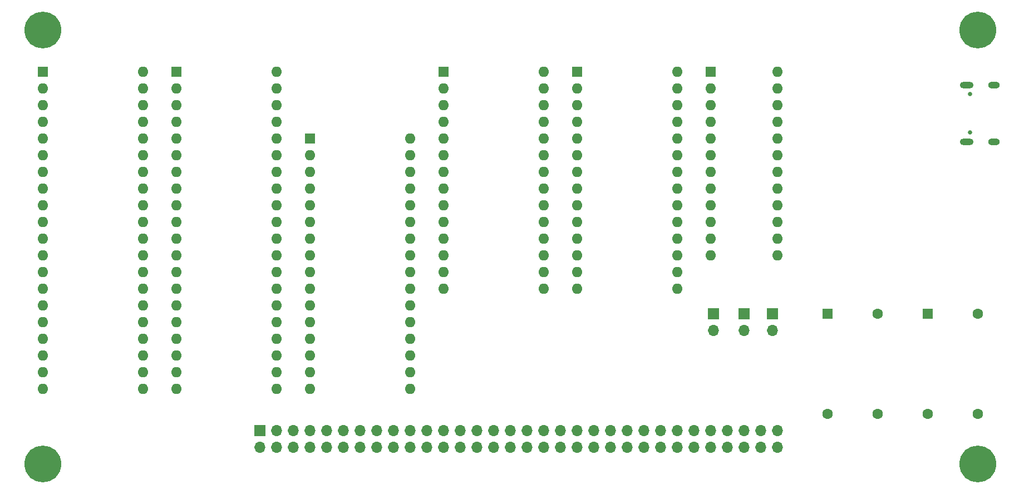
<source format=gbr>
%TF.GenerationSoftware,KiCad,Pcbnew,7.0.10*%
%TF.CreationDate,2024-01-22T16:24:30-06:00*%
%TF.ProjectId,6502 V1.3-rounded,36353032-2056-4312-9e33-2d726f756e64,rev?*%
%TF.SameCoordinates,Original*%
%TF.FileFunction,Soldermask,Bot*%
%TF.FilePolarity,Negative*%
%FSLAX46Y46*%
G04 Gerber Fmt 4.6, Leading zero omitted, Abs format (unit mm)*
G04 Created by KiCad (PCBNEW 7.0.10) date 2024-01-22 16:24:30*
%MOMM*%
%LPD*%
G01*
G04 APERTURE LIST*
%ADD10R,1.600000X1.600000*%
%ADD11O,1.600000X1.600000*%
%ADD12R,1.700000X1.700000*%
%ADD13O,1.700000X1.700000*%
%ADD14C,5.600000*%
%ADD15C,1.600000*%
%ADD16C,0.650000*%
%ADD17O,2.100000X1.000000*%
%ADD18O,1.800000X1.000000*%
G04 APERTURE END LIST*
D10*
%TO.C,U5*%
X126980000Y-31745000D03*
D11*
X126980000Y-34285000D03*
X126980000Y-36825000D03*
X126980000Y-39365000D03*
X126980000Y-41905000D03*
X126980000Y-44445000D03*
X126980000Y-46985000D03*
X126980000Y-49525000D03*
X126980000Y-52065000D03*
X126980000Y-54605000D03*
X126980000Y-57145000D03*
X126980000Y-59685000D03*
X137140000Y-59685000D03*
X137140000Y-57145000D03*
X137140000Y-54605000D03*
X137140000Y-52065000D03*
X137140000Y-49525000D03*
X137140000Y-46985000D03*
X137140000Y-44445000D03*
X137140000Y-41905000D03*
X137140000Y-39365000D03*
X137140000Y-36825000D03*
X137140000Y-34285000D03*
X137140000Y-31745000D03*
%TD*%
D10*
%TO.C,U1*%
X25395000Y-31755000D03*
D11*
X25395000Y-34295000D03*
X25395000Y-36835000D03*
X25395000Y-39375000D03*
X25395000Y-41915000D03*
X25395000Y-44455000D03*
X25395000Y-46995000D03*
X25395000Y-49535000D03*
X25395000Y-52075000D03*
X25395000Y-54615000D03*
X25395000Y-57155000D03*
X25395000Y-59695000D03*
X25395000Y-62235000D03*
X25395000Y-64775000D03*
X25395000Y-67315000D03*
X25395000Y-69855000D03*
X25395000Y-72395000D03*
X25395000Y-74935000D03*
X25395000Y-77475000D03*
X25395000Y-80015000D03*
X40635000Y-80015000D03*
X40635000Y-77475000D03*
X40635000Y-74935000D03*
X40635000Y-72395000D03*
X40635000Y-69855000D03*
X40635000Y-67315000D03*
X40635000Y-64775000D03*
X40635000Y-62235000D03*
X40635000Y-59695000D03*
X40635000Y-57155000D03*
X40635000Y-54615000D03*
X40635000Y-52075000D03*
X40635000Y-49535000D03*
X40635000Y-46995000D03*
X40635000Y-44455000D03*
X40635000Y-41915000D03*
X40635000Y-39375000D03*
X40635000Y-36835000D03*
X40635000Y-34295000D03*
X40635000Y-31755000D03*
%TD*%
D12*
%TO.C,J2*%
X58420000Y-86360000D03*
D13*
X58420000Y-88900000D03*
X60960000Y-86360000D03*
X60960000Y-88900000D03*
X63500000Y-86360000D03*
X63500000Y-88900000D03*
X66040000Y-86360000D03*
X66040000Y-88900000D03*
X68580000Y-86360000D03*
X68580000Y-88900000D03*
X71120000Y-86360000D03*
X71120000Y-88900000D03*
X73660000Y-86360000D03*
X73660000Y-88900000D03*
X76200000Y-86360000D03*
X76200000Y-88900000D03*
X78740000Y-86360000D03*
X78740000Y-88900000D03*
X81280000Y-86360000D03*
X81280000Y-88900000D03*
X83820000Y-86360000D03*
X83820000Y-88900000D03*
X86360000Y-86360000D03*
X86360000Y-88900000D03*
X88900000Y-86360000D03*
X88900000Y-88900000D03*
X91440000Y-86360000D03*
X91440000Y-88900000D03*
X93980000Y-86360000D03*
X93980000Y-88900000D03*
X96520000Y-86360000D03*
X96520000Y-88900000D03*
X99060000Y-86360000D03*
X99060000Y-88900000D03*
X101600000Y-86360000D03*
X101600000Y-88900000D03*
X104140000Y-86360000D03*
X104140000Y-88900000D03*
X106680000Y-86360000D03*
X106680000Y-88900000D03*
X109220000Y-86360000D03*
X109220000Y-88900000D03*
X111760000Y-86360000D03*
X111760000Y-88900000D03*
X114300000Y-86360000D03*
X114300000Y-88900000D03*
X116840000Y-86360000D03*
X116840000Y-88900000D03*
X119380000Y-86360000D03*
X119380000Y-88900000D03*
X121920000Y-86360000D03*
X121920000Y-88900000D03*
X124460000Y-86360000D03*
X124460000Y-88900000D03*
X127000000Y-86360000D03*
X127000000Y-88900000D03*
X129540000Y-86360000D03*
X129540000Y-88900000D03*
X132080000Y-86360000D03*
X132080000Y-88900000D03*
X134620000Y-86360000D03*
X134620000Y-88900000D03*
X137160000Y-86360000D03*
X137160000Y-88900000D03*
%TD*%
D12*
%TO.C,JP1*%
X136430000Y-68580000D03*
D13*
X136430000Y-71120000D03*
%TD*%
D14*
%TO.C,REF\u002A\u002A*%
X167640000Y-25400000D03*
%TD*%
D10*
%TO.C,U3*%
X86360000Y-31760000D03*
D11*
X86360000Y-34300000D03*
X86360000Y-36840000D03*
X86360000Y-39380000D03*
X86360000Y-41920000D03*
X86360000Y-44460000D03*
X86360000Y-47000000D03*
X86360000Y-49540000D03*
X86360000Y-52080000D03*
X86360000Y-54620000D03*
X86360000Y-57160000D03*
X86360000Y-59700000D03*
X86360000Y-62240000D03*
X86360000Y-64780000D03*
X101600000Y-64780000D03*
X101600000Y-62240000D03*
X101600000Y-59700000D03*
X101600000Y-57160000D03*
X101600000Y-54620000D03*
X101600000Y-52080000D03*
X101600000Y-49540000D03*
X101600000Y-47000000D03*
X101600000Y-44460000D03*
X101600000Y-41920000D03*
X101600000Y-39380000D03*
X101600000Y-36840000D03*
X101600000Y-34300000D03*
X101600000Y-31760000D03*
%TD*%
D10*
%TO.C,X2*%
X160020000Y-68580000D03*
D15*
X160020000Y-83820000D03*
X167640000Y-83820000D03*
X167640000Y-68580000D03*
%TD*%
D14*
%TO.C,REF\u002A\u002A*%
X25400000Y-25400000D03*
%TD*%
D10*
%TO.C,X1*%
X144780000Y-68580000D03*
D15*
X144780000Y-83820000D03*
X152400000Y-83820000D03*
X152400000Y-68580000D03*
%TD*%
D14*
%TO.C,REF\u002A\u002A*%
X167640000Y-91440000D03*
%TD*%
D12*
%TO.C,JP3*%
X127430000Y-68580000D03*
D13*
X127430000Y-71120000D03*
%TD*%
D10*
%TO.C,U4*%
X106675000Y-31760000D03*
D11*
X106675000Y-34300000D03*
X106675000Y-36840000D03*
X106675000Y-39380000D03*
X106675000Y-41920000D03*
X106675000Y-44460000D03*
X106675000Y-47000000D03*
X106675000Y-49540000D03*
X106675000Y-52080000D03*
X106675000Y-54620000D03*
X106675000Y-57160000D03*
X106675000Y-59700000D03*
X106675000Y-62240000D03*
X106675000Y-64780000D03*
X121915000Y-64780000D03*
X121915000Y-62240000D03*
X121915000Y-59700000D03*
X121915000Y-57160000D03*
X121915000Y-54620000D03*
X121915000Y-52080000D03*
X121915000Y-49540000D03*
X121915000Y-47000000D03*
X121915000Y-44460000D03*
X121915000Y-41920000D03*
X121915000Y-39380000D03*
X121915000Y-36840000D03*
X121915000Y-34300000D03*
X121915000Y-31760000D03*
%TD*%
D16*
%TO.C,J1*%
X166442846Y-40973591D03*
X166442846Y-35193591D03*
D17*
X165942846Y-42403591D03*
D18*
X170122846Y-42403591D03*
D17*
X165942846Y-33763591D03*
D18*
X170122846Y-33763591D03*
%TD*%
D12*
%TO.C,JP2*%
X132080000Y-68580000D03*
D13*
X132080000Y-71120000D03*
%TD*%
D10*
%TO.C,U2*%
X45715000Y-31755000D03*
D11*
X45715000Y-34295000D03*
X45715000Y-36835000D03*
X45715000Y-39375000D03*
X45715000Y-41915000D03*
X45715000Y-44455000D03*
X45715000Y-46995000D03*
X45715000Y-49535000D03*
X45715000Y-52075000D03*
X45715000Y-54615000D03*
X45715000Y-57155000D03*
X45715000Y-59695000D03*
X45715000Y-62235000D03*
X45715000Y-64775000D03*
X45715000Y-67315000D03*
X45715000Y-69855000D03*
X45715000Y-72395000D03*
X45715000Y-74935000D03*
X45715000Y-77475000D03*
X45715000Y-80015000D03*
X60955000Y-80015000D03*
X60955000Y-77475000D03*
X60955000Y-74935000D03*
X60955000Y-72395000D03*
X60955000Y-69855000D03*
X60955000Y-67315000D03*
X60955000Y-64775000D03*
X60955000Y-62235000D03*
X60955000Y-59695000D03*
X60955000Y-57155000D03*
X60955000Y-54615000D03*
X60955000Y-52075000D03*
X60955000Y-49535000D03*
X60955000Y-46995000D03*
X60955000Y-44455000D03*
X60955000Y-41915000D03*
X60955000Y-39375000D03*
X60955000Y-36835000D03*
X60955000Y-34295000D03*
X60955000Y-31755000D03*
%TD*%
D14*
%TO.C,REF\u002A\u002A*%
X25400000Y-91440000D03*
%TD*%
D10*
%TO.C,U7*%
X66035000Y-41910000D03*
D11*
X66035000Y-44450000D03*
X66035000Y-46990000D03*
X66035000Y-49530000D03*
X66035000Y-52070000D03*
X66035000Y-54610000D03*
X66035000Y-57150000D03*
X66035000Y-59690000D03*
X66035000Y-62230000D03*
X66035000Y-64770000D03*
X66035000Y-67310000D03*
X66035000Y-69850000D03*
X66035000Y-72390000D03*
X66035000Y-74930000D03*
X66035000Y-77470000D03*
X66035000Y-80010000D03*
X81275000Y-80010000D03*
X81275000Y-77470000D03*
X81275000Y-74930000D03*
X81275000Y-72390000D03*
X81275000Y-69850000D03*
X81275000Y-67310000D03*
X81275000Y-64770000D03*
X81275000Y-62230000D03*
X81275000Y-59690000D03*
X81275000Y-57150000D03*
X81275000Y-54610000D03*
X81275000Y-52070000D03*
X81275000Y-49530000D03*
X81275000Y-46990000D03*
X81275000Y-44450000D03*
X81275000Y-41910000D03*
%TD*%
M02*

</source>
